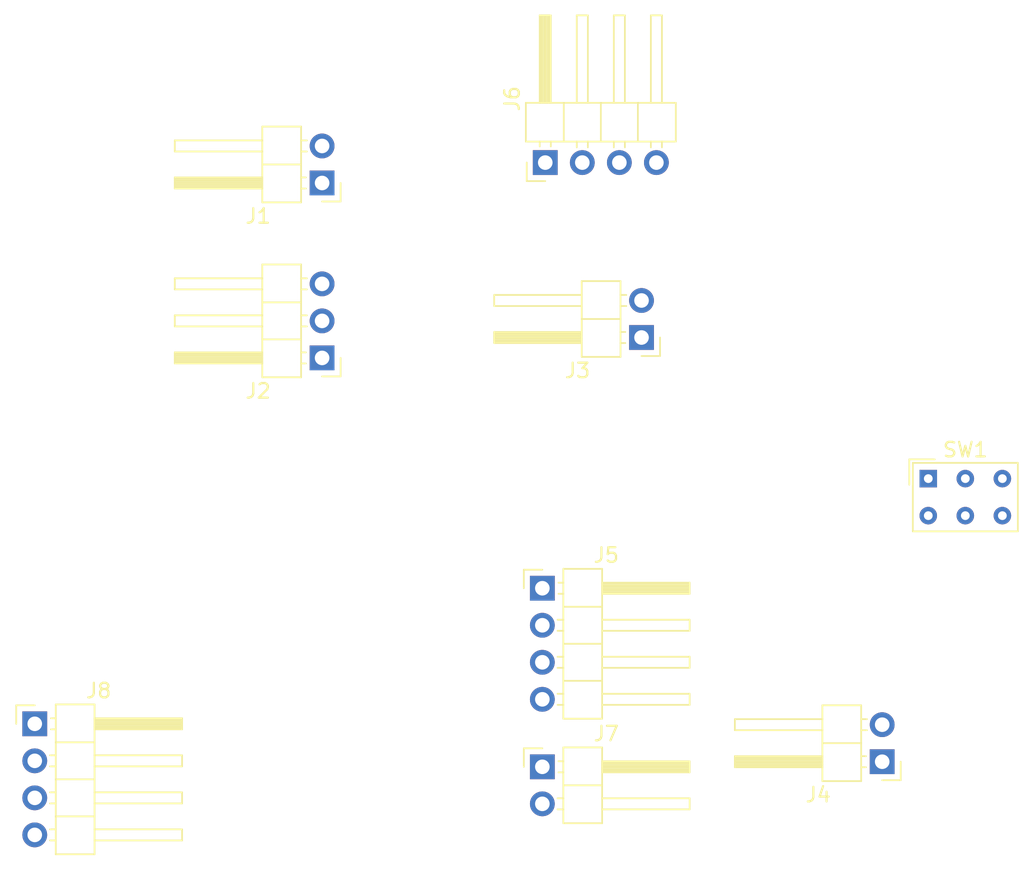
<source format=kicad_pcb>
(kicad_pcb (version 20171130) (host pcbnew "(5.1.10)-1")

  (general
    (thickness 1.6)
    (drawings 0)
    (tracks 0)
    (zones 0)
    (modules 9)
    (nets 6)
  )

  (page A4)
  (layers
    (0 F.Cu signal)
    (31 B.Cu signal)
    (32 B.Adhes user)
    (33 F.Adhes user)
    (34 B.Paste user)
    (35 F.Paste user)
    (36 B.SilkS user)
    (37 F.SilkS user)
    (38 B.Mask user)
    (39 F.Mask user)
    (40 Dwgs.User user)
    (41 Cmts.User user)
    (42 Eco1.User user)
    (43 Eco2.User user)
    (44 Edge.Cuts user)
    (45 Margin user)
    (46 B.CrtYd user)
    (47 F.CrtYd user)
    (48 B.Fab user)
    (49 F.Fab user)
  )

  (setup
    (last_trace_width 0.25)
    (trace_clearance 0.2)
    (zone_clearance 0.508)
    (zone_45_only no)
    (trace_min 0.2)
    (via_size 0.8)
    (via_drill 0.4)
    (via_min_size 0.4)
    (via_min_drill 0.3)
    (uvia_size 0.3)
    (uvia_drill 0.1)
    (uvias_allowed no)
    (uvia_min_size 0.2)
    (uvia_min_drill 0.1)
    (edge_width 0.05)
    (segment_width 0.2)
    (pcb_text_width 0.3)
    (pcb_text_size 1.5 1.5)
    (mod_edge_width 0.12)
    (mod_text_size 1 1)
    (mod_text_width 0.15)
    (pad_size 1.524 1.524)
    (pad_drill 0.762)
    (pad_to_mask_clearance 0)
    (aux_axis_origin 0 0)
    (visible_elements FFFFFF7F)
    (pcbplotparams
      (layerselection 0x010fc_ffffffff)
      (usegerberextensions false)
      (usegerberattributes true)
      (usegerberadvancedattributes true)
      (creategerberjobfile true)
      (excludeedgelayer true)
      (linewidth 0.100000)
      (plotframeref false)
      (viasonmask false)
      (mode 1)
      (useauxorigin false)
      (hpglpennumber 1)
      (hpglpenspeed 20)
      (hpglpendiameter 15.000000)
      (psnegative false)
      (psa4output false)
      (plotreference true)
      (plotvalue true)
      (plotinvisibletext false)
      (padsonsilk false)
      (subtractmaskfromsilk false)
      (outputformat 1)
      (mirror false)
      (drillshape 1)
      (scaleselection 1)
      (outputdirectory ""))
  )

  (net 0 "")
  (net 1 GND)
  (net 2 5V)
  (net 3 "Net-(J2-Pad3)")
  (net 4 /B1)
  (net 5 /B2)

  (net_class Default "This is the default net class."
    (clearance 0.2)
    (trace_width 0.25)
    (via_dia 0.8)
    (via_drill 0.4)
    (uvia_dia 0.3)
    (uvia_drill 0.1)
    (add_net /B1)
    (add_net /B2)
    (add_net 5V)
    (add_net GND)
    (add_net "Net-(J2-Pad3)")
  )

  (module Button_Switch_THT:SW_NKK_GW12LJP (layer F.Cu) (tedit 5AF090FA) (tstamp 61B0037E)
    (at 182.46 73.08)
    (descr "Switch, single pole double throw, illuminated paddle, http://www.nkkswitches.com/pdf/gwillum.pdf")
    (tags "switch single-pole double-throw spdt ON-ON illuminated LED")
    (path /61AF9B9F)
    (fp_text reference SW1 (at 2.54 -1.98) (layer F.SilkS)
      (effects (font (size 1 1) (thickness 0.15)))
    )
    (fp_text value SW_Push (at 2.54 4.52) (layer F.Fab)
      (effects (font (size 1 1) (thickness 0.15)))
    )
    (fp_text user %R (at 2.54 1.27) (layer F.Fab)
      (effects (font (size 1 1) (thickness 0.15)))
    )
    (fp_line (start 0.04 -0.98) (end 6.04 -0.98) (layer F.Fab) (width 0.1))
    (fp_line (start 6.04 -0.98) (end 6.04 3.52) (layer F.Fab) (width 0.1))
    (fp_line (start 6.04 3.52) (end -0.96 3.52) (layer F.Fab) (width 0.1))
    (fp_line (start -0.96 3.52) (end -0.96 0.02) (layer F.Fab) (width 0.1))
    (fp_line (start -0.96 0.02) (end 0.04 -0.98) (layer F.Fab) (width 0.1))
    (fp_line (start -0.96 1.27) (end -1.21 1.02) (layer F.Fab) (width 0.1))
    (fp_line (start -1.21 1.02) (end -1.21 0.27) (layer F.Fab) (width 0.1))
    (fp_line (start -1.21 0.27) (end -0.96 0.27) (layer F.Fab) (width 0.1))
    (fp_line (start 6.04 1.27) (end 6.29 1.02) (layer F.Fab) (width 0.1))
    (fp_line (start 6.29 1.02) (end 6.29 0.27) (layer F.Fab) (width 0.1))
    (fp_line (start 6.29 0.27) (end 6.04 0.27) (layer F.Fab) (width 0.1))
    (fp_line (start 2.54 -0.98) (end 2.29 -1.23) (layer F.Fab) (width 0.1))
    (fp_line (start 2.29 -1.23) (end 1.54 -1.23) (layer F.Fab) (width 0.1))
    (fp_line (start 1.54 -1.23) (end 1.54 -0.98) (layer F.Fab) (width 0.1))
    (fp_line (start 2.54 3.52) (end 2.29 3.77) (layer F.Fab) (width 0.1))
    (fp_line (start 2.29 3.77) (end 1.54 3.77) (layer F.Fab) (width 0.1))
    (fp_line (start 1.54 3.77) (end 1.54 3.52) (layer F.Fab) (width 0.1))
    (fp_line (start -1.06 -1.08) (end -1.06 3.62) (layer F.SilkS) (width 0.12))
    (fp_line (start -1.06 3.62) (end 6.14 3.62) (layer F.SilkS) (width 0.12))
    (fp_line (start 6.14 3.62) (end 6.14 -1.08) (layer F.SilkS) (width 0.12))
    (fp_line (start 6.14 -1.08) (end -1.06 -1.08) (layer F.SilkS) (width 0.12))
    (fp_line (start -1.3 0.42) (end -1.3 -1.32) (layer F.SilkS) (width 0.12))
    (fp_line (start -1.3 -1.32) (end 0.44 -1.32) (layer F.SilkS) (width 0.12))
    (fp_line (start -1.46 -1.48) (end -1.46 4.02) (layer F.CrtYd) (width 0.05))
    (fp_line (start -1.46 4.02) (end 6.54 4.02) (layer F.CrtYd) (width 0.05))
    (fp_line (start 6.54 4.02) (end 6.54 -1.48) (layer F.CrtYd) (width 0.05))
    (fp_line (start 6.54 -1.48) (end -1.46 -1.48) (layer F.CrtYd) (width 0.05))
    (pad 6 thru_hole circle (at 5.08 2.54) (size 1.2 1.2) (drill 0.6) (layers *.Cu *.Mask))
    (pad 3 thru_hole circle (at 5.08 0) (size 1.2 1.2) (drill 0.6) (layers *.Cu *.Mask))
    (pad 5 thru_hole circle (at 2.54 2.54) (size 1.2 1.2) (drill 0.6) (layers *.Cu *.Mask))
    (pad 2 thru_hole circle (at 2.54 0) (size 1.2 1.2) (drill 0.6) (layers *.Cu *.Mask)
      (net 5 /B2))
    (pad 4 thru_hole circle (at 0 2.54) (size 1.2 1.2) (drill 0.6) (layers *.Cu *.Mask))
    (pad 1 thru_hole rect (at 0 0) (size 1.2 1.2) (drill 0.6) (layers *.Cu *.Mask)
      (net 4 /B1))
    (model ${KISYS3DMOD}/Button_Switch_THT.3dshapes/SW_NKK_GW12LJP.wrl
      (at (xyz 0 0 0))
      (scale (xyz 1 1 1))
      (rotate (xyz 0 0 0))
    )
  )

  (module Connector_PinHeader_2.54mm:PinHeader_1x04_P2.54mm_Horizontal (layer F.Cu) (tedit 59FED5CB) (tstamp 61B00358)
    (at 121.2 89.9)
    (descr "Through hole angled pin header, 1x04, 2.54mm pitch, 6mm pin length, single row")
    (tags "Through hole angled pin header THT 1x04 2.54mm single row")
    (path /61AF8A3F)
    (fp_text reference J8 (at 4.385 -2.27) (layer F.SilkS)
      (effects (font (size 1 1) (thickness 0.15)))
    )
    (fp_text value Conn_01x04_Male (at 4.385 9.89) (layer F.Fab)
      (effects (font (size 1 1) (thickness 0.15)))
    )
    (fp_text user %R (at 2.77 3.81 90) (layer F.Fab)
      (effects (font (size 1 1) (thickness 0.15)))
    )
    (fp_line (start 2.135 -1.27) (end 4.04 -1.27) (layer F.Fab) (width 0.1))
    (fp_line (start 4.04 -1.27) (end 4.04 8.89) (layer F.Fab) (width 0.1))
    (fp_line (start 4.04 8.89) (end 1.5 8.89) (layer F.Fab) (width 0.1))
    (fp_line (start 1.5 8.89) (end 1.5 -0.635) (layer F.Fab) (width 0.1))
    (fp_line (start 1.5 -0.635) (end 2.135 -1.27) (layer F.Fab) (width 0.1))
    (fp_line (start -0.32 -0.32) (end 1.5 -0.32) (layer F.Fab) (width 0.1))
    (fp_line (start -0.32 -0.32) (end -0.32 0.32) (layer F.Fab) (width 0.1))
    (fp_line (start -0.32 0.32) (end 1.5 0.32) (layer F.Fab) (width 0.1))
    (fp_line (start 4.04 -0.32) (end 10.04 -0.32) (layer F.Fab) (width 0.1))
    (fp_line (start 10.04 -0.32) (end 10.04 0.32) (layer F.Fab) (width 0.1))
    (fp_line (start 4.04 0.32) (end 10.04 0.32) (layer F.Fab) (width 0.1))
    (fp_line (start -0.32 2.22) (end 1.5 2.22) (layer F.Fab) (width 0.1))
    (fp_line (start -0.32 2.22) (end -0.32 2.86) (layer F.Fab) (width 0.1))
    (fp_line (start -0.32 2.86) (end 1.5 2.86) (layer F.Fab) (width 0.1))
    (fp_line (start 4.04 2.22) (end 10.04 2.22) (layer F.Fab) (width 0.1))
    (fp_line (start 10.04 2.22) (end 10.04 2.86) (layer F.Fab) (width 0.1))
    (fp_line (start 4.04 2.86) (end 10.04 2.86) (layer F.Fab) (width 0.1))
    (fp_line (start -0.32 4.76) (end 1.5 4.76) (layer F.Fab) (width 0.1))
    (fp_line (start -0.32 4.76) (end -0.32 5.4) (layer F.Fab) (width 0.1))
    (fp_line (start -0.32 5.4) (end 1.5 5.4) (layer F.Fab) (width 0.1))
    (fp_line (start 4.04 4.76) (end 10.04 4.76) (layer F.Fab) (width 0.1))
    (fp_line (start 10.04 4.76) (end 10.04 5.4) (layer F.Fab) (width 0.1))
    (fp_line (start 4.04 5.4) (end 10.04 5.4) (layer F.Fab) (width 0.1))
    (fp_line (start -0.32 7.3) (end 1.5 7.3) (layer F.Fab) (width 0.1))
    (fp_line (start -0.32 7.3) (end -0.32 7.94) (layer F.Fab) (width 0.1))
    (fp_line (start -0.32 7.94) (end 1.5 7.94) (layer F.Fab) (width 0.1))
    (fp_line (start 4.04 7.3) (end 10.04 7.3) (layer F.Fab) (width 0.1))
    (fp_line (start 10.04 7.3) (end 10.04 7.94) (layer F.Fab) (width 0.1))
    (fp_line (start 4.04 7.94) (end 10.04 7.94) (layer F.Fab) (width 0.1))
    (fp_line (start 1.44 -1.33) (end 1.44 8.95) (layer F.SilkS) (width 0.12))
    (fp_line (start 1.44 8.95) (end 4.1 8.95) (layer F.SilkS) (width 0.12))
    (fp_line (start 4.1 8.95) (end 4.1 -1.33) (layer F.SilkS) (width 0.12))
    (fp_line (start 4.1 -1.33) (end 1.44 -1.33) (layer F.SilkS) (width 0.12))
    (fp_line (start 4.1 -0.38) (end 10.1 -0.38) (layer F.SilkS) (width 0.12))
    (fp_line (start 10.1 -0.38) (end 10.1 0.38) (layer F.SilkS) (width 0.12))
    (fp_line (start 10.1 0.38) (end 4.1 0.38) (layer F.SilkS) (width 0.12))
    (fp_line (start 4.1 -0.32) (end 10.1 -0.32) (layer F.SilkS) (width 0.12))
    (fp_line (start 4.1 -0.2) (end 10.1 -0.2) (layer F.SilkS) (width 0.12))
    (fp_line (start 4.1 -0.08) (end 10.1 -0.08) (layer F.SilkS) (width 0.12))
    (fp_line (start 4.1 0.04) (end 10.1 0.04) (layer F.SilkS) (width 0.12))
    (fp_line (start 4.1 0.16) (end 10.1 0.16) (layer F.SilkS) (width 0.12))
    (fp_line (start 4.1 0.28) (end 10.1 0.28) (layer F.SilkS) (width 0.12))
    (fp_line (start 1.11 -0.38) (end 1.44 -0.38) (layer F.SilkS) (width 0.12))
    (fp_line (start 1.11 0.38) (end 1.44 0.38) (layer F.SilkS) (width 0.12))
    (fp_line (start 1.44 1.27) (end 4.1 1.27) (layer F.SilkS) (width 0.12))
    (fp_line (start 4.1 2.16) (end 10.1 2.16) (layer F.SilkS) (width 0.12))
    (fp_line (start 10.1 2.16) (end 10.1 2.92) (layer F.SilkS) (width 0.12))
    (fp_line (start 10.1 2.92) (end 4.1 2.92) (layer F.SilkS) (width 0.12))
    (fp_line (start 1.042929 2.16) (end 1.44 2.16) (layer F.SilkS) (width 0.12))
    (fp_line (start 1.042929 2.92) (end 1.44 2.92) (layer F.SilkS) (width 0.12))
    (fp_line (start 1.44 3.81) (end 4.1 3.81) (layer F.SilkS) (width 0.12))
    (fp_line (start 4.1 4.7) (end 10.1 4.7) (layer F.SilkS) (width 0.12))
    (fp_line (start 10.1 4.7) (end 10.1 5.46) (layer F.SilkS) (width 0.12))
    (fp_line (start 10.1 5.46) (end 4.1 5.46) (layer F.SilkS) (width 0.12))
    (fp_line (start 1.042929 4.7) (end 1.44 4.7) (layer F.SilkS) (width 0.12))
    (fp_line (start 1.042929 5.46) (end 1.44 5.46) (layer F.SilkS) (width 0.12))
    (fp_line (start 1.44 6.35) (end 4.1 6.35) (layer F.SilkS) (width 0.12))
    (fp_line (start 4.1 7.24) (end 10.1 7.24) (layer F.SilkS) (width 0.12))
    (fp_line (start 10.1 7.24) (end 10.1 8) (layer F.SilkS) (width 0.12))
    (fp_line (start 10.1 8) (end 4.1 8) (layer F.SilkS) (width 0.12))
    (fp_line (start 1.042929 7.24) (end 1.44 7.24) (layer F.SilkS) (width 0.12))
    (fp_line (start 1.042929 8) (end 1.44 8) (layer F.SilkS) (width 0.12))
    (fp_line (start -1.27 0) (end -1.27 -1.27) (layer F.SilkS) (width 0.12))
    (fp_line (start -1.27 -1.27) (end 0 -1.27) (layer F.SilkS) (width 0.12))
    (fp_line (start -1.8 -1.8) (end -1.8 9.4) (layer F.CrtYd) (width 0.05))
    (fp_line (start -1.8 9.4) (end 10.55 9.4) (layer F.CrtYd) (width 0.05))
    (fp_line (start 10.55 9.4) (end 10.55 -1.8) (layer F.CrtYd) (width 0.05))
    (fp_line (start 10.55 -1.8) (end -1.8 -1.8) (layer F.CrtYd) (width 0.05))
    (pad 4 thru_hole oval (at 0 7.62) (size 1.7 1.7) (drill 1) (layers *.Cu *.Mask)
      (net 2 5V))
    (pad 3 thru_hole oval (at 0 5.08) (size 1.7 1.7) (drill 1) (layers *.Cu *.Mask)
      (net 1 GND))
    (pad 2 thru_hole oval (at 0 2.54) (size 1.7 1.7) (drill 1) (layers *.Cu *.Mask)
      (net 2 5V))
    (pad 1 thru_hole rect (at 0 0) (size 1.7 1.7) (drill 1) (layers *.Cu *.Mask)
      (net 1 GND))
    (model ${KISYS3DMOD}/Connector_PinHeader_2.54mm.3dshapes/PinHeader_1x04_P2.54mm_Horizontal.wrl
      (at (xyz 0 0 0))
      (scale (xyz 1 1 1))
      (rotate (xyz 0 0 0))
    )
  )

  (module Connector_PinHeader_2.54mm:PinHeader_1x02_P2.54mm_Horizontal (layer F.Cu) (tedit 59FED5CB) (tstamp 61B0030B)
    (at 156 92.85)
    (descr "Through hole angled pin header, 1x02, 2.54mm pitch, 6mm pin length, single row")
    (tags "Through hole angled pin header THT 1x02 2.54mm single row")
    (path /61AF937D)
    (fp_text reference J7 (at 4.385 -2.27) (layer F.SilkS)
      (effects (font (size 1 1) (thickness 0.15)))
    )
    (fp_text value Conn_01x02_Male (at 4.385 4.81) (layer F.Fab)
      (effects (font (size 1 1) (thickness 0.15)))
    )
    (fp_text user %R (at 2.77 1.27 90) (layer F.Fab)
      (effects (font (size 1 1) (thickness 0.15)))
    )
    (fp_line (start 2.135 -1.27) (end 4.04 -1.27) (layer F.Fab) (width 0.1))
    (fp_line (start 4.04 -1.27) (end 4.04 3.81) (layer F.Fab) (width 0.1))
    (fp_line (start 4.04 3.81) (end 1.5 3.81) (layer F.Fab) (width 0.1))
    (fp_line (start 1.5 3.81) (end 1.5 -0.635) (layer F.Fab) (width 0.1))
    (fp_line (start 1.5 -0.635) (end 2.135 -1.27) (layer F.Fab) (width 0.1))
    (fp_line (start -0.32 -0.32) (end 1.5 -0.32) (layer F.Fab) (width 0.1))
    (fp_line (start -0.32 -0.32) (end -0.32 0.32) (layer F.Fab) (width 0.1))
    (fp_line (start -0.32 0.32) (end 1.5 0.32) (layer F.Fab) (width 0.1))
    (fp_line (start 4.04 -0.32) (end 10.04 -0.32) (layer F.Fab) (width 0.1))
    (fp_line (start 10.04 -0.32) (end 10.04 0.32) (layer F.Fab) (width 0.1))
    (fp_line (start 4.04 0.32) (end 10.04 0.32) (layer F.Fab) (width 0.1))
    (fp_line (start -0.32 2.22) (end 1.5 2.22) (layer F.Fab) (width 0.1))
    (fp_line (start -0.32 2.22) (end -0.32 2.86) (layer F.Fab) (width 0.1))
    (fp_line (start -0.32 2.86) (end 1.5 2.86) (layer F.Fab) (width 0.1))
    (fp_line (start 4.04 2.22) (end 10.04 2.22) (layer F.Fab) (width 0.1))
    (fp_line (start 10.04 2.22) (end 10.04 2.86) (layer F.Fab) (width 0.1))
    (fp_line (start 4.04 2.86) (end 10.04 2.86) (layer F.Fab) (width 0.1))
    (fp_line (start 1.44 -1.33) (end 1.44 3.87) (layer F.SilkS) (width 0.12))
    (fp_line (start 1.44 3.87) (end 4.1 3.87) (layer F.SilkS) (width 0.12))
    (fp_line (start 4.1 3.87) (end 4.1 -1.33) (layer F.SilkS) (width 0.12))
    (fp_line (start 4.1 -1.33) (end 1.44 -1.33) (layer F.SilkS) (width 0.12))
    (fp_line (start 4.1 -0.38) (end 10.1 -0.38) (layer F.SilkS) (width 0.12))
    (fp_line (start 10.1 -0.38) (end 10.1 0.38) (layer F.SilkS) (width 0.12))
    (fp_line (start 10.1 0.38) (end 4.1 0.38) (layer F.SilkS) (width 0.12))
    (fp_line (start 4.1 -0.32) (end 10.1 -0.32) (layer F.SilkS) (width 0.12))
    (fp_line (start 4.1 -0.2) (end 10.1 -0.2) (layer F.SilkS) (width 0.12))
    (fp_line (start 4.1 -0.08) (end 10.1 -0.08) (layer F.SilkS) (width 0.12))
    (fp_line (start 4.1 0.04) (end 10.1 0.04) (layer F.SilkS) (width 0.12))
    (fp_line (start 4.1 0.16) (end 10.1 0.16) (layer F.SilkS) (width 0.12))
    (fp_line (start 4.1 0.28) (end 10.1 0.28) (layer F.SilkS) (width 0.12))
    (fp_line (start 1.11 -0.38) (end 1.44 -0.38) (layer F.SilkS) (width 0.12))
    (fp_line (start 1.11 0.38) (end 1.44 0.38) (layer F.SilkS) (width 0.12))
    (fp_line (start 1.44 1.27) (end 4.1 1.27) (layer F.SilkS) (width 0.12))
    (fp_line (start 4.1 2.16) (end 10.1 2.16) (layer F.SilkS) (width 0.12))
    (fp_line (start 10.1 2.16) (end 10.1 2.92) (layer F.SilkS) (width 0.12))
    (fp_line (start 10.1 2.92) (end 4.1 2.92) (layer F.SilkS) (width 0.12))
    (fp_line (start 1.042929 2.16) (end 1.44 2.16) (layer F.SilkS) (width 0.12))
    (fp_line (start 1.042929 2.92) (end 1.44 2.92) (layer F.SilkS) (width 0.12))
    (fp_line (start -1.27 0) (end -1.27 -1.27) (layer F.SilkS) (width 0.12))
    (fp_line (start -1.27 -1.27) (end 0 -1.27) (layer F.SilkS) (width 0.12))
    (fp_line (start -1.8 -1.8) (end -1.8 4.35) (layer F.CrtYd) (width 0.05))
    (fp_line (start -1.8 4.35) (end 10.55 4.35) (layer F.CrtYd) (width 0.05))
    (fp_line (start 10.55 4.35) (end 10.55 -1.8) (layer F.CrtYd) (width 0.05))
    (fp_line (start 10.55 -1.8) (end -1.8 -1.8) (layer F.CrtYd) (width 0.05))
    (pad 2 thru_hole oval (at 0 2.54) (size 1.7 1.7) (drill 1) (layers *.Cu *.Mask)
      (net 4 /B1))
    (pad 1 thru_hole rect (at 0 0) (size 1.7 1.7) (drill 1) (layers *.Cu *.Mask)
      (net 5 /B2))
    (model ${KISYS3DMOD}/Connector_PinHeader_2.54mm.3dshapes/PinHeader_1x02_P2.54mm_Horizontal.wrl
      (at (xyz 0 0 0))
      (scale (xyz 1 1 1))
      (rotate (xyz 0 0 0))
    )
  )

  (module Connector_PinHeader_2.54mm:PinHeader_1x04_P2.54mm_Horizontal (layer F.Cu) (tedit 59FED5CB) (tstamp 61B002D8)
    (at 156.2 51.4 90)
    (descr "Through hole angled pin header, 1x04, 2.54mm pitch, 6mm pin length, single row")
    (tags "Through hole angled pin header THT 1x04 2.54mm single row")
    (path /61AF852B)
    (fp_text reference J6 (at 4.385 -2.27 90) (layer F.SilkS)
      (effects (font (size 1 1) (thickness 0.15)))
    )
    (fp_text value Conn_01x04_Male (at 4.385 9.89 90) (layer F.Fab)
      (effects (font (size 1 1) (thickness 0.15)))
    )
    (fp_text user %R (at 2.77 3.81) (layer F.Fab)
      (effects (font (size 1 1) (thickness 0.15)))
    )
    (fp_line (start 2.135 -1.27) (end 4.04 -1.27) (layer F.Fab) (width 0.1))
    (fp_line (start 4.04 -1.27) (end 4.04 8.89) (layer F.Fab) (width 0.1))
    (fp_line (start 4.04 8.89) (end 1.5 8.89) (layer F.Fab) (width 0.1))
    (fp_line (start 1.5 8.89) (end 1.5 -0.635) (layer F.Fab) (width 0.1))
    (fp_line (start 1.5 -0.635) (end 2.135 -1.27) (layer F.Fab) (width 0.1))
    (fp_line (start -0.32 -0.32) (end 1.5 -0.32) (layer F.Fab) (width 0.1))
    (fp_line (start -0.32 -0.32) (end -0.32 0.32) (layer F.Fab) (width 0.1))
    (fp_line (start -0.32 0.32) (end 1.5 0.32) (layer F.Fab) (width 0.1))
    (fp_line (start 4.04 -0.32) (end 10.04 -0.32) (layer F.Fab) (width 0.1))
    (fp_line (start 10.04 -0.32) (end 10.04 0.32) (layer F.Fab) (width 0.1))
    (fp_line (start 4.04 0.32) (end 10.04 0.32) (layer F.Fab) (width 0.1))
    (fp_line (start -0.32 2.22) (end 1.5 2.22) (layer F.Fab) (width 0.1))
    (fp_line (start -0.32 2.22) (end -0.32 2.86) (layer F.Fab) (width 0.1))
    (fp_line (start -0.32 2.86) (end 1.5 2.86) (layer F.Fab) (width 0.1))
    (fp_line (start 4.04 2.22) (end 10.04 2.22) (layer F.Fab) (width 0.1))
    (fp_line (start 10.04 2.22) (end 10.04 2.86) (layer F.Fab) (width 0.1))
    (fp_line (start 4.04 2.86) (end 10.04 2.86) (layer F.Fab) (width 0.1))
    (fp_line (start -0.32 4.76) (end 1.5 4.76) (layer F.Fab) (width 0.1))
    (fp_line (start -0.32 4.76) (end -0.32 5.4) (layer F.Fab) (width 0.1))
    (fp_line (start -0.32 5.4) (end 1.5 5.4) (layer F.Fab) (width 0.1))
    (fp_line (start 4.04 4.76) (end 10.04 4.76) (layer F.Fab) (width 0.1))
    (fp_line (start 10.04 4.76) (end 10.04 5.4) (layer F.Fab) (width 0.1))
    (fp_line (start 4.04 5.4) (end 10.04 5.4) (layer F.Fab) (width 0.1))
    (fp_line (start -0.32 7.3) (end 1.5 7.3) (layer F.Fab) (width 0.1))
    (fp_line (start -0.32 7.3) (end -0.32 7.94) (layer F.Fab) (width 0.1))
    (fp_line (start -0.32 7.94) (end 1.5 7.94) (layer F.Fab) (width 0.1))
    (fp_line (start 4.04 7.3) (end 10.04 7.3) (layer F.Fab) (width 0.1))
    (fp_line (start 10.04 7.3) (end 10.04 7.94) (layer F.Fab) (width 0.1))
    (fp_line (start 4.04 7.94) (end 10.04 7.94) (layer F.Fab) (width 0.1))
    (fp_line (start 1.44 -1.33) (end 1.44 8.95) (layer F.SilkS) (width 0.12))
    (fp_line (start 1.44 8.95) (end 4.1 8.95) (layer F.SilkS) (width 0.12))
    (fp_line (start 4.1 8.95) (end 4.1 -1.33) (layer F.SilkS) (width 0.12))
    (fp_line (start 4.1 -1.33) (end 1.44 -1.33) (layer F.SilkS) (width 0.12))
    (fp_line (start 4.1 -0.38) (end 10.1 -0.38) (layer F.SilkS) (width 0.12))
    (fp_line (start 10.1 -0.38) (end 10.1 0.38) (layer F.SilkS) (width 0.12))
    (fp_line (start 10.1 0.38) (end 4.1 0.38) (layer F.SilkS) (width 0.12))
    (fp_line (start 4.1 -0.32) (end 10.1 -0.32) (layer F.SilkS) (width 0.12))
    (fp_line (start 4.1 -0.2) (end 10.1 -0.2) (layer F.SilkS) (width 0.12))
    (fp_line (start 4.1 -0.08) (end 10.1 -0.08) (layer F.SilkS) (width 0.12))
    (fp_line (start 4.1 0.04) (end 10.1 0.04) (layer F.SilkS) (width 0.12))
    (fp_line (start 4.1 0.16) (end 10.1 0.16) (layer F.SilkS) (width 0.12))
    (fp_line (start 4.1 0.28) (end 10.1 0.28) (layer F.SilkS) (width 0.12))
    (fp_line (start 1.11 -0.38) (end 1.44 -0.38) (layer F.SilkS) (width 0.12))
    (fp_line (start 1.11 0.38) (end 1.44 0.38) (layer F.SilkS) (width 0.12))
    (fp_line (start 1.44 1.27) (end 4.1 1.27) (layer F.SilkS) (width 0.12))
    (fp_line (start 4.1 2.16) (end 10.1 2.16) (layer F.SilkS) (width 0.12))
    (fp_line (start 10.1 2.16) (end 10.1 2.92) (layer F.SilkS) (width 0.12))
    (fp_line (start 10.1 2.92) (end 4.1 2.92) (layer F.SilkS) (width 0.12))
    (fp_line (start 1.042929 2.16) (end 1.44 2.16) (layer F.SilkS) (width 0.12))
    (fp_line (start 1.042929 2.92) (end 1.44 2.92) (layer F.SilkS) (width 0.12))
    (fp_line (start 1.44 3.81) (end 4.1 3.81) (layer F.SilkS) (width 0.12))
    (fp_line (start 4.1 4.7) (end 10.1 4.7) (layer F.SilkS) (width 0.12))
    (fp_line (start 10.1 4.7) (end 10.1 5.46) (layer F.SilkS) (width 0.12))
    (fp_line (start 10.1 5.46) (end 4.1 5.46) (layer F.SilkS) (width 0.12))
    (fp_line (start 1.042929 4.7) (end 1.44 4.7) (layer F.SilkS) (width 0.12))
    (fp_line (start 1.042929 5.46) (end 1.44 5.46) (layer F.SilkS) (width 0.12))
    (fp_line (start 1.44 6.35) (end 4.1 6.35) (layer F.SilkS) (width 0.12))
    (fp_line (start 4.1 7.24) (end 10.1 7.24) (layer F.SilkS) (width 0.12))
    (fp_line (start 10.1 7.24) (end 10.1 8) (layer F.SilkS) (width 0.12))
    (fp_line (start 10.1 8) (end 4.1 8) (layer F.SilkS) (width 0.12))
    (fp_line (start 1.042929 7.24) (end 1.44 7.24) (layer F.SilkS) (width 0.12))
    (fp_line (start 1.042929 8) (end 1.44 8) (layer F.SilkS) (width 0.12))
    (fp_line (start -1.27 0) (end -1.27 -1.27) (layer F.SilkS) (width 0.12))
    (fp_line (start -1.27 -1.27) (end 0 -1.27) (layer F.SilkS) (width 0.12))
    (fp_line (start -1.8 -1.8) (end -1.8 9.4) (layer F.CrtYd) (width 0.05))
    (fp_line (start -1.8 9.4) (end 10.55 9.4) (layer F.CrtYd) (width 0.05))
    (fp_line (start 10.55 9.4) (end 10.55 -1.8) (layer F.CrtYd) (width 0.05))
    (fp_line (start 10.55 -1.8) (end -1.8 -1.8) (layer F.CrtYd) (width 0.05))
    (pad 4 thru_hole oval (at 0 7.62 90) (size 1.7 1.7) (drill 1) (layers *.Cu *.Mask)
      (net 2 5V))
    (pad 3 thru_hole oval (at 0 5.08 90) (size 1.7 1.7) (drill 1) (layers *.Cu *.Mask)
      (net 1 GND))
    (pad 2 thru_hole oval (at 0 2.54 90) (size 1.7 1.7) (drill 1) (layers *.Cu *.Mask)
      (net 2 5V))
    (pad 1 thru_hole rect (at 0 0 90) (size 1.7 1.7) (drill 1) (layers *.Cu *.Mask)
      (net 1 GND))
    (model ${KISYS3DMOD}/Connector_PinHeader_2.54mm.3dshapes/PinHeader_1x04_P2.54mm_Horizontal.wrl
      (at (xyz 0 0 0))
      (scale (xyz 1 1 1))
      (rotate (xyz 0 0 0))
    )
  )

  (module Connector_PinHeader_2.54mm:PinHeader_1x04_P2.54mm_Horizontal (layer F.Cu) (tedit 59FED5CB) (tstamp 61B0028B)
    (at 156 80.6)
    (descr "Through hole angled pin header, 1x04, 2.54mm pitch, 6mm pin length, single row")
    (tags "Through hole angled pin header THT 1x04 2.54mm single row")
    (path /61AF3AB3)
    (fp_text reference J5 (at 4.385 -2.27) (layer F.SilkS)
      (effects (font (size 1 1) (thickness 0.15)))
    )
    (fp_text value Conn_01x04_Male (at 4.385 9.89) (layer F.Fab)
      (effects (font (size 1 1) (thickness 0.15)))
    )
    (fp_text user %R (at 2.77 3.81 90) (layer F.Fab)
      (effects (font (size 1 1) (thickness 0.15)))
    )
    (fp_line (start 2.135 -1.27) (end 4.04 -1.27) (layer F.Fab) (width 0.1))
    (fp_line (start 4.04 -1.27) (end 4.04 8.89) (layer F.Fab) (width 0.1))
    (fp_line (start 4.04 8.89) (end 1.5 8.89) (layer F.Fab) (width 0.1))
    (fp_line (start 1.5 8.89) (end 1.5 -0.635) (layer F.Fab) (width 0.1))
    (fp_line (start 1.5 -0.635) (end 2.135 -1.27) (layer F.Fab) (width 0.1))
    (fp_line (start -0.32 -0.32) (end 1.5 -0.32) (layer F.Fab) (width 0.1))
    (fp_line (start -0.32 -0.32) (end -0.32 0.32) (layer F.Fab) (width 0.1))
    (fp_line (start -0.32 0.32) (end 1.5 0.32) (layer F.Fab) (width 0.1))
    (fp_line (start 4.04 -0.32) (end 10.04 -0.32) (layer F.Fab) (width 0.1))
    (fp_line (start 10.04 -0.32) (end 10.04 0.32) (layer F.Fab) (width 0.1))
    (fp_line (start 4.04 0.32) (end 10.04 0.32) (layer F.Fab) (width 0.1))
    (fp_line (start -0.32 2.22) (end 1.5 2.22) (layer F.Fab) (width 0.1))
    (fp_line (start -0.32 2.22) (end -0.32 2.86) (layer F.Fab) (width 0.1))
    (fp_line (start -0.32 2.86) (end 1.5 2.86) (layer F.Fab) (width 0.1))
    (fp_line (start 4.04 2.22) (end 10.04 2.22) (layer F.Fab) (width 0.1))
    (fp_line (start 10.04 2.22) (end 10.04 2.86) (layer F.Fab) (width 0.1))
    (fp_line (start 4.04 2.86) (end 10.04 2.86) (layer F.Fab) (width 0.1))
    (fp_line (start -0.32 4.76) (end 1.5 4.76) (layer F.Fab) (width 0.1))
    (fp_line (start -0.32 4.76) (end -0.32 5.4) (layer F.Fab) (width 0.1))
    (fp_line (start -0.32 5.4) (end 1.5 5.4) (layer F.Fab) (width 0.1))
    (fp_line (start 4.04 4.76) (end 10.04 4.76) (layer F.Fab) (width 0.1))
    (fp_line (start 10.04 4.76) (end 10.04 5.4) (layer F.Fab) (width 0.1))
    (fp_line (start 4.04 5.4) (end 10.04 5.4) (layer F.Fab) (width 0.1))
    (fp_line (start -0.32 7.3) (end 1.5 7.3) (layer F.Fab) (width 0.1))
    (fp_line (start -0.32 7.3) (end -0.32 7.94) (layer F.Fab) (width 0.1))
    (fp_line (start -0.32 7.94) (end 1.5 7.94) (layer F.Fab) (width 0.1))
    (fp_line (start 4.04 7.3) (end 10.04 7.3) (layer F.Fab) (width 0.1))
    (fp_line (start 10.04 7.3) (end 10.04 7.94) (layer F.Fab) (width 0.1))
    (fp_line (start 4.04 7.94) (end 10.04 7.94) (layer F.Fab) (width 0.1))
    (fp_line (start 1.44 -1.33) (end 1.44 8.95) (layer F.SilkS) (width 0.12))
    (fp_line (start 1.44 8.95) (end 4.1 8.95) (layer F.SilkS) (width 0.12))
    (fp_line (start 4.1 8.95) (end 4.1 -1.33) (layer F.SilkS) (width 0.12))
    (fp_line (start 4.1 -1.33) (end 1.44 -1.33) (layer F.SilkS) (width 0.12))
    (fp_line (start 4.1 -0.38) (end 10.1 -0.38) (layer F.SilkS) (width 0.12))
    (fp_line (start 10.1 -0.38) (end 10.1 0.38) (layer F.SilkS) (width 0.12))
    (fp_line (start 10.1 0.38) (end 4.1 0.38) (layer F.SilkS) (width 0.12))
    (fp_line (start 4.1 -0.32) (end 10.1 -0.32) (layer F.SilkS) (width 0.12))
    (fp_line (start 4.1 -0.2) (end 10.1 -0.2) (layer F.SilkS) (width 0.12))
    (fp_line (start 4.1 -0.08) (end 10.1 -0.08) (layer F.SilkS) (width 0.12))
    (fp_line (start 4.1 0.04) (end 10.1 0.04) (layer F.SilkS) (width 0.12))
    (fp_line (start 4.1 0.16) (end 10.1 0.16) (layer F.SilkS) (width 0.12))
    (fp_line (start 4.1 0.28) (end 10.1 0.28) (layer F.SilkS) (width 0.12))
    (fp_line (start 1.11 -0.38) (end 1.44 -0.38) (layer F.SilkS) (width 0.12))
    (fp_line (start 1.11 0.38) (end 1.44 0.38) (layer F.SilkS) (width 0.12))
    (fp_line (start 1.44 1.27) (end 4.1 1.27) (layer F.SilkS) (width 0.12))
    (fp_line (start 4.1 2.16) (end 10.1 2.16) (layer F.SilkS) (width 0.12))
    (fp_line (start 10.1 2.16) (end 10.1 2.92) (layer F.SilkS) (width 0.12))
    (fp_line (start 10.1 2.92) (end 4.1 2.92) (layer F.SilkS) (width 0.12))
    (fp_line (start 1.042929 2.16) (end 1.44 2.16) (layer F.SilkS) (width 0.12))
    (fp_line (start 1.042929 2.92) (end 1.44 2.92) (layer F.SilkS) (width 0.12))
    (fp_line (start 1.44 3.81) (end 4.1 3.81) (layer F.SilkS) (width 0.12))
    (fp_line (start 4.1 4.7) (end 10.1 4.7) (layer F.SilkS) (width 0.12))
    (fp_line (start 10.1 4.7) (end 10.1 5.46) (layer F.SilkS) (width 0.12))
    (fp_line (start 10.1 5.46) (end 4.1 5.46) (layer F.SilkS) (width 0.12))
    (fp_line (start 1.042929 4.7) (end 1.44 4.7) (layer F.SilkS) (width 0.12))
    (fp_line (start 1.042929 5.46) (end 1.44 5.46) (layer F.SilkS) (width 0.12))
    (fp_line (start 1.44 6.35) (end 4.1 6.35) (layer F.SilkS) (width 0.12))
    (fp_line (start 4.1 7.24) (end 10.1 7.24) (layer F.SilkS) (width 0.12))
    (fp_line (start 10.1 7.24) (end 10.1 8) (layer F.SilkS) (width 0.12))
    (fp_line (start 10.1 8) (end 4.1 8) (layer F.SilkS) (width 0.12))
    (fp_line (start 1.042929 7.24) (end 1.44 7.24) (layer F.SilkS) (width 0.12))
    (fp_line (start 1.042929 8) (end 1.44 8) (layer F.SilkS) (width 0.12))
    (fp_line (start -1.27 0) (end -1.27 -1.27) (layer F.SilkS) (width 0.12))
    (fp_line (start -1.27 -1.27) (end 0 -1.27) (layer F.SilkS) (width 0.12))
    (fp_line (start -1.8 -1.8) (end -1.8 9.4) (layer F.CrtYd) (width 0.05))
    (fp_line (start -1.8 9.4) (end 10.55 9.4) (layer F.CrtYd) (width 0.05))
    (fp_line (start 10.55 9.4) (end 10.55 -1.8) (layer F.CrtYd) (width 0.05))
    (fp_line (start 10.55 -1.8) (end -1.8 -1.8) (layer F.CrtYd) (width 0.05))
    (pad 4 thru_hole oval (at 0 7.62) (size 1.7 1.7) (drill 1) (layers *.Cu *.Mask)
      (net 1 GND))
    (pad 3 thru_hole oval (at 0 5.08) (size 1.7 1.7) (drill 1) (layers *.Cu *.Mask)
      (net 2 5V))
    (pad 2 thru_hole oval (at 0 2.54) (size 1.7 1.7) (drill 1) (layers *.Cu *.Mask)
      (net 2 5V))
    (pad 1 thru_hole rect (at 0 0) (size 1.7 1.7) (drill 1) (layers *.Cu *.Mask)
      (net 1 GND))
    (model ${KISYS3DMOD}/Connector_PinHeader_2.54mm.3dshapes/PinHeader_1x04_P2.54mm_Horizontal.wrl
      (at (xyz 0 0 0))
      (scale (xyz 1 1 1))
      (rotate (xyz 0 0 0))
    )
  )

  (module Connector_PinHeader_2.54mm:PinHeader_1x02_P2.54mm_Horizontal (layer F.Cu) (tedit 59FED5CB) (tstamp 61B0023E)
    (at 179.3 92.5 180)
    (descr "Through hole angled pin header, 1x02, 2.54mm pitch, 6mm pin length, single row")
    (tags "Through hole angled pin header THT 1x02 2.54mm single row")
    (path /61AF7AAF)
    (fp_text reference J4 (at 4.385 -2.27) (layer F.SilkS)
      (effects (font (size 1 1) (thickness 0.15)))
    )
    (fp_text value Conn_01x02_Male (at 4.385 4.81) (layer F.Fab)
      (effects (font (size 1 1) (thickness 0.15)))
    )
    (fp_text user %R (at 2.77 1.27 90) (layer F.Fab)
      (effects (font (size 1 1) (thickness 0.15)))
    )
    (fp_line (start 2.135 -1.27) (end 4.04 -1.27) (layer F.Fab) (width 0.1))
    (fp_line (start 4.04 -1.27) (end 4.04 3.81) (layer F.Fab) (width 0.1))
    (fp_line (start 4.04 3.81) (end 1.5 3.81) (layer F.Fab) (width 0.1))
    (fp_line (start 1.5 3.81) (end 1.5 -0.635) (layer F.Fab) (width 0.1))
    (fp_line (start 1.5 -0.635) (end 2.135 -1.27) (layer F.Fab) (width 0.1))
    (fp_line (start -0.32 -0.32) (end 1.5 -0.32) (layer F.Fab) (width 0.1))
    (fp_line (start -0.32 -0.32) (end -0.32 0.32) (layer F.Fab) (width 0.1))
    (fp_line (start -0.32 0.32) (end 1.5 0.32) (layer F.Fab) (width 0.1))
    (fp_line (start 4.04 -0.32) (end 10.04 -0.32) (layer F.Fab) (width 0.1))
    (fp_line (start 10.04 -0.32) (end 10.04 0.32) (layer F.Fab) (width 0.1))
    (fp_line (start 4.04 0.32) (end 10.04 0.32) (layer F.Fab) (width 0.1))
    (fp_line (start -0.32 2.22) (end 1.5 2.22) (layer F.Fab) (width 0.1))
    (fp_line (start -0.32 2.22) (end -0.32 2.86) (layer F.Fab) (width 0.1))
    (fp_line (start -0.32 2.86) (end 1.5 2.86) (layer F.Fab) (width 0.1))
    (fp_line (start 4.04 2.22) (end 10.04 2.22) (layer F.Fab) (width 0.1))
    (fp_line (start 10.04 2.22) (end 10.04 2.86) (layer F.Fab) (width 0.1))
    (fp_line (start 4.04 2.86) (end 10.04 2.86) (layer F.Fab) (width 0.1))
    (fp_line (start 1.44 -1.33) (end 1.44 3.87) (layer F.SilkS) (width 0.12))
    (fp_line (start 1.44 3.87) (end 4.1 3.87) (layer F.SilkS) (width 0.12))
    (fp_line (start 4.1 3.87) (end 4.1 -1.33) (layer F.SilkS) (width 0.12))
    (fp_line (start 4.1 -1.33) (end 1.44 -1.33) (layer F.SilkS) (width 0.12))
    (fp_line (start 4.1 -0.38) (end 10.1 -0.38) (layer F.SilkS) (width 0.12))
    (fp_line (start 10.1 -0.38) (end 10.1 0.38) (layer F.SilkS) (width 0.12))
    (fp_line (start 10.1 0.38) (end 4.1 0.38) (layer F.SilkS) (width 0.12))
    (fp_line (start 4.1 -0.32) (end 10.1 -0.32) (layer F.SilkS) (width 0.12))
    (fp_line (start 4.1 -0.2) (end 10.1 -0.2) (layer F.SilkS) (width 0.12))
    (fp_line (start 4.1 -0.08) (end 10.1 -0.08) (layer F.SilkS) (width 0.12))
    (fp_line (start 4.1 0.04) (end 10.1 0.04) (layer F.SilkS) (width 0.12))
    (fp_line (start 4.1 0.16) (end 10.1 0.16) (layer F.SilkS) (width 0.12))
    (fp_line (start 4.1 0.28) (end 10.1 0.28) (layer F.SilkS) (width 0.12))
    (fp_line (start 1.11 -0.38) (end 1.44 -0.38) (layer F.SilkS) (width 0.12))
    (fp_line (start 1.11 0.38) (end 1.44 0.38) (layer F.SilkS) (width 0.12))
    (fp_line (start 1.44 1.27) (end 4.1 1.27) (layer F.SilkS) (width 0.12))
    (fp_line (start 4.1 2.16) (end 10.1 2.16) (layer F.SilkS) (width 0.12))
    (fp_line (start 10.1 2.16) (end 10.1 2.92) (layer F.SilkS) (width 0.12))
    (fp_line (start 10.1 2.92) (end 4.1 2.92) (layer F.SilkS) (width 0.12))
    (fp_line (start 1.042929 2.16) (end 1.44 2.16) (layer F.SilkS) (width 0.12))
    (fp_line (start 1.042929 2.92) (end 1.44 2.92) (layer F.SilkS) (width 0.12))
    (fp_line (start -1.27 0) (end -1.27 -1.27) (layer F.SilkS) (width 0.12))
    (fp_line (start -1.27 -1.27) (end 0 -1.27) (layer F.SilkS) (width 0.12))
    (fp_line (start -1.8 -1.8) (end -1.8 4.35) (layer F.CrtYd) (width 0.05))
    (fp_line (start -1.8 4.35) (end 10.55 4.35) (layer F.CrtYd) (width 0.05))
    (fp_line (start 10.55 4.35) (end 10.55 -1.8) (layer F.CrtYd) (width 0.05))
    (fp_line (start 10.55 -1.8) (end -1.8 -1.8) (layer F.CrtYd) (width 0.05))
    (pad 2 thru_hole oval (at 0 2.54 180) (size 1.7 1.7) (drill 1) (layers *.Cu *.Mask)
      (net 2 5V))
    (pad 1 thru_hole rect (at 0 0 180) (size 1.7 1.7) (drill 1) (layers *.Cu *.Mask)
      (net 1 GND))
    (model ${KISYS3DMOD}/Connector_PinHeader_2.54mm.3dshapes/PinHeader_1x02_P2.54mm_Horizontal.wrl
      (at (xyz 0 0 0))
      (scale (xyz 1 1 1))
      (rotate (xyz 0 0 0))
    )
  )

  (module Connector_PinHeader_2.54mm:PinHeader_1x02_P2.54mm_Horizontal (layer F.Cu) (tedit 59FED5CB) (tstamp 61B0020B)
    (at 162.8 63.4 180)
    (descr "Through hole angled pin header, 1x02, 2.54mm pitch, 6mm pin length, single row")
    (tags "Through hole angled pin header THT 1x02 2.54mm single row")
    (path /61AF5712)
    (fp_text reference J3 (at 4.385 -2.27) (layer F.SilkS)
      (effects (font (size 1 1) (thickness 0.15)))
    )
    (fp_text value Conn_01x02_Male (at 4.385 4.81) (layer F.Fab)
      (effects (font (size 1 1) (thickness 0.15)))
    )
    (fp_text user %R (at 2.77 1.27 90) (layer F.Fab)
      (effects (font (size 1 1) (thickness 0.15)))
    )
    (fp_line (start 2.135 -1.27) (end 4.04 -1.27) (layer F.Fab) (width 0.1))
    (fp_line (start 4.04 -1.27) (end 4.04 3.81) (layer F.Fab) (width 0.1))
    (fp_line (start 4.04 3.81) (end 1.5 3.81) (layer F.Fab) (width 0.1))
    (fp_line (start 1.5 3.81) (end 1.5 -0.635) (layer F.Fab) (width 0.1))
    (fp_line (start 1.5 -0.635) (end 2.135 -1.27) (layer F.Fab) (width 0.1))
    (fp_line (start -0.32 -0.32) (end 1.5 -0.32) (layer F.Fab) (width 0.1))
    (fp_line (start -0.32 -0.32) (end -0.32 0.32) (layer F.Fab) (width 0.1))
    (fp_line (start -0.32 0.32) (end 1.5 0.32) (layer F.Fab) (width 0.1))
    (fp_line (start 4.04 -0.32) (end 10.04 -0.32) (layer F.Fab) (width 0.1))
    (fp_line (start 10.04 -0.32) (end 10.04 0.32) (layer F.Fab) (width 0.1))
    (fp_line (start 4.04 0.32) (end 10.04 0.32) (layer F.Fab) (width 0.1))
    (fp_line (start -0.32 2.22) (end 1.5 2.22) (layer F.Fab) (width 0.1))
    (fp_line (start -0.32 2.22) (end -0.32 2.86) (layer F.Fab) (width 0.1))
    (fp_line (start -0.32 2.86) (end 1.5 2.86) (layer F.Fab) (width 0.1))
    (fp_line (start 4.04 2.22) (end 10.04 2.22) (layer F.Fab) (width 0.1))
    (fp_line (start 10.04 2.22) (end 10.04 2.86) (layer F.Fab) (width 0.1))
    (fp_line (start 4.04 2.86) (end 10.04 2.86) (layer F.Fab) (width 0.1))
    (fp_line (start 1.44 -1.33) (end 1.44 3.87) (layer F.SilkS) (width 0.12))
    (fp_line (start 1.44 3.87) (end 4.1 3.87) (layer F.SilkS) (width 0.12))
    (fp_line (start 4.1 3.87) (end 4.1 -1.33) (layer F.SilkS) (width 0.12))
    (fp_line (start 4.1 -1.33) (end 1.44 -1.33) (layer F.SilkS) (width 0.12))
    (fp_line (start 4.1 -0.38) (end 10.1 -0.38) (layer F.SilkS) (width 0.12))
    (fp_line (start 10.1 -0.38) (end 10.1 0.38) (layer F.SilkS) (width 0.12))
    (fp_line (start 10.1 0.38) (end 4.1 0.38) (layer F.SilkS) (width 0.12))
    (fp_line (start 4.1 -0.32) (end 10.1 -0.32) (layer F.SilkS) (width 0.12))
    (fp_line (start 4.1 -0.2) (end 10.1 -0.2) (layer F.SilkS) (width 0.12))
    (fp_line (start 4.1 -0.08) (end 10.1 -0.08) (layer F.SilkS) (width 0.12))
    (fp_line (start 4.1 0.04) (end 10.1 0.04) (layer F.SilkS) (width 0.12))
    (fp_line (start 4.1 0.16) (end 10.1 0.16) (layer F.SilkS) (width 0.12))
    (fp_line (start 4.1 0.28) (end 10.1 0.28) (layer F.SilkS) (width 0.12))
    (fp_line (start 1.11 -0.38) (end 1.44 -0.38) (layer F.SilkS) (width 0.12))
    (fp_line (start 1.11 0.38) (end 1.44 0.38) (layer F.SilkS) (width 0.12))
    (fp_line (start 1.44 1.27) (end 4.1 1.27) (layer F.SilkS) (width 0.12))
    (fp_line (start 4.1 2.16) (end 10.1 2.16) (layer F.SilkS) (width 0.12))
    (fp_line (start 10.1 2.16) (end 10.1 2.92) (layer F.SilkS) (width 0.12))
    (fp_line (start 10.1 2.92) (end 4.1 2.92) (layer F.SilkS) (width 0.12))
    (fp_line (start 1.042929 2.16) (end 1.44 2.16) (layer F.SilkS) (width 0.12))
    (fp_line (start 1.042929 2.92) (end 1.44 2.92) (layer F.SilkS) (width 0.12))
    (fp_line (start -1.27 0) (end -1.27 -1.27) (layer F.SilkS) (width 0.12))
    (fp_line (start -1.27 -1.27) (end 0 -1.27) (layer F.SilkS) (width 0.12))
    (fp_line (start -1.8 -1.8) (end -1.8 4.35) (layer F.CrtYd) (width 0.05))
    (fp_line (start -1.8 4.35) (end 10.55 4.35) (layer F.CrtYd) (width 0.05))
    (fp_line (start 10.55 4.35) (end 10.55 -1.8) (layer F.CrtYd) (width 0.05))
    (fp_line (start 10.55 -1.8) (end -1.8 -1.8) (layer F.CrtYd) (width 0.05))
    (pad 2 thru_hole oval (at 0 2.54 180) (size 1.7 1.7) (drill 1) (layers *.Cu *.Mask)
      (net 1 GND))
    (pad 1 thru_hole rect (at 0 0 180) (size 1.7 1.7) (drill 1) (layers *.Cu *.Mask)
      (net 3 "Net-(J2-Pad3)"))
    (model ${KISYS3DMOD}/Connector_PinHeader_2.54mm.3dshapes/PinHeader_1x02_P2.54mm_Horizontal.wrl
      (at (xyz 0 0 0))
      (scale (xyz 1 1 1))
      (rotate (xyz 0 0 0))
    )
  )

  (module Connector_PinHeader_2.54mm:PinHeader_1x03_P2.54mm_Horizontal (layer F.Cu) (tedit 59FED5CB) (tstamp 61B001D8)
    (at 140.9 64.8 180)
    (descr "Through hole angled pin header, 1x03, 2.54mm pitch, 6mm pin length, single row")
    (tags "Through hole angled pin header THT 1x03 2.54mm single row")
    (path /61AF59F4)
    (fp_text reference J2 (at 4.385 -2.27) (layer F.SilkS)
      (effects (font (size 1 1) (thickness 0.15)))
    )
    (fp_text value Conn_01x03_Male (at 4.385 7.35) (layer F.Fab)
      (effects (font (size 1 1) (thickness 0.15)))
    )
    (fp_text user %R (at 2.77 2.54 90) (layer F.Fab)
      (effects (font (size 1 1) (thickness 0.15)))
    )
    (fp_line (start 2.135 -1.27) (end 4.04 -1.27) (layer F.Fab) (width 0.1))
    (fp_line (start 4.04 -1.27) (end 4.04 6.35) (layer F.Fab) (width 0.1))
    (fp_line (start 4.04 6.35) (end 1.5 6.35) (layer F.Fab) (width 0.1))
    (fp_line (start 1.5 6.35) (end 1.5 -0.635) (layer F.Fab) (width 0.1))
    (fp_line (start 1.5 -0.635) (end 2.135 -1.27) (layer F.Fab) (width 0.1))
    (fp_line (start -0.32 -0.32) (end 1.5 -0.32) (layer F.Fab) (width 0.1))
    (fp_line (start -0.32 -0.32) (end -0.32 0.32) (layer F.Fab) (width 0.1))
    (fp_line (start -0.32 0.32) (end 1.5 0.32) (layer F.Fab) (width 0.1))
    (fp_line (start 4.04 -0.32) (end 10.04 -0.32) (layer F.Fab) (width 0.1))
    (fp_line (start 10.04 -0.32) (end 10.04 0.32) (layer F.Fab) (width 0.1))
    (fp_line (start 4.04 0.32) (end 10.04 0.32) (layer F.Fab) (width 0.1))
    (fp_line (start -0.32 2.22) (end 1.5 2.22) (layer F.Fab) (width 0.1))
    (fp_line (start -0.32 2.22) (end -0.32 2.86) (layer F.Fab) (width 0.1))
    (fp_line (start -0.32 2.86) (end 1.5 2.86) (layer F.Fab) (width 0.1))
    (fp_line (start 4.04 2.22) (end 10.04 2.22) (layer F.Fab) (width 0.1))
    (fp_line (start 10.04 2.22) (end 10.04 2.86) (layer F.Fab) (width 0.1))
    (fp_line (start 4.04 2.86) (end 10.04 2.86) (layer F.Fab) (width 0.1))
    (fp_line (start -0.32 4.76) (end 1.5 4.76) (layer F.Fab) (width 0.1))
    (fp_line (start -0.32 4.76) (end -0.32 5.4) (layer F.Fab) (width 0.1))
    (fp_line (start -0.32 5.4) (end 1.5 5.4) (layer F.Fab) (width 0.1))
    (fp_line (start 4.04 4.76) (end 10.04 4.76) (layer F.Fab) (width 0.1))
    (fp_line (start 10.04 4.76) (end 10.04 5.4) (layer F.Fab) (width 0.1))
    (fp_line (start 4.04 5.4) (end 10.04 5.4) (layer F.Fab) (width 0.1))
    (fp_line (start 1.44 -1.33) (end 1.44 6.41) (layer F.SilkS) (width 0.12))
    (fp_line (start 1.44 6.41) (end 4.1 6.41) (layer F.SilkS) (width 0.12))
    (fp_line (start 4.1 6.41) (end 4.1 -1.33) (layer F.SilkS) (width 0.12))
    (fp_line (start 4.1 -1.33) (end 1.44 -1.33) (layer F.SilkS) (width 0.12))
    (fp_line (start 4.1 -0.38) (end 10.1 -0.38) (layer F.SilkS) (width 0.12))
    (fp_line (start 10.1 -0.38) (end 10.1 0.38) (layer F.SilkS) (width 0.12))
    (fp_line (start 10.1 0.38) (end 4.1 0.38) (layer F.SilkS) (width 0.12))
    (fp_line (start 4.1 -0.32) (end 10.1 -0.32) (layer F.SilkS) (width 0.12))
    (fp_line (start 4.1 -0.2) (end 10.1 -0.2) (layer F.SilkS) (width 0.12))
    (fp_line (start 4.1 -0.08) (end 10.1 -0.08) (layer F.SilkS) (width 0.12))
    (fp_line (start 4.1 0.04) (end 10.1 0.04) (layer F.SilkS) (width 0.12))
    (fp_line (start 4.1 0.16) (end 10.1 0.16) (layer F.SilkS) (width 0.12))
    (fp_line (start 4.1 0.28) (end 10.1 0.28) (layer F.SilkS) (width 0.12))
    (fp_line (start 1.11 -0.38) (end 1.44 -0.38) (layer F.SilkS) (width 0.12))
    (fp_line (start 1.11 0.38) (end 1.44 0.38) (layer F.SilkS) (width 0.12))
    (fp_line (start 1.44 1.27) (end 4.1 1.27) (layer F.SilkS) (width 0.12))
    (fp_line (start 4.1 2.16) (end 10.1 2.16) (layer F.SilkS) (width 0.12))
    (fp_line (start 10.1 2.16) (end 10.1 2.92) (layer F.SilkS) (width 0.12))
    (fp_line (start 10.1 2.92) (end 4.1 2.92) (layer F.SilkS) (width 0.12))
    (fp_line (start 1.042929 2.16) (end 1.44 2.16) (layer F.SilkS) (width 0.12))
    (fp_line (start 1.042929 2.92) (end 1.44 2.92) (layer F.SilkS) (width 0.12))
    (fp_line (start 1.44 3.81) (end 4.1 3.81) (layer F.SilkS) (width 0.12))
    (fp_line (start 4.1 4.7) (end 10.1 4.7) (layer F.SilkS) (width 0.12))
    (fp_line (start 10.1 4.7) (end 10.1 5.46) (layer F.SilkS) (width 0.12))
    (fp_line (start 10.1 5.46) (end 4.1 5.46) (layer F.SilkS) (width 0.12))
    (fp_line (start 1.042929 4.7) (end 1.44 4.7) (layer F.SilkS) (width 0.12))
    (fp_line (start 1.042929 5.46) (end 1.44 5.46) (layer F.SilkS) (width 0.12))
    (fp_line (start -1.27 0) (end -1.27 -1.27) (layer F.SilkS) (width 0.12))
    (fp_line (start -1.27 -1.27) (end 0 -1.27) (layer F.SilkS) (width 0.12))
    (fp_line (start -1.8 -1.8) (end -1.8 6.85) (layer F.CrtYd) (width 0.05))
    (fp_line (start -1.8 6.85) (end 10.55 6.85) (layer F.CrtYd) (width 0.05))
    (fp_line (start 10.55 6.85) (end 10.55 -1.8) (layer F.CrtYd) (width 0.05))
    (fp_line (start 10.55 -1.8) (end -1.8 -1.8) (layer F.CrtYd) (width 0.05))
    (pad 3 thru_hole oval (at 0 5.08 180) (size 1.7 1.7) (drill 1) (layers *.Cu *.Mask)
      (net 3 "Net-(J2-Pad3)"))
    (pad 2 thru_hole oval (at 0 2.54 180) (size 1.7 1.7) (drill 1) (layers *.Cu *.Mask)
      (net 1 GND))
    (pad 1 thru_hole rect (at 0 0 180) (size 1.7 1.7) (drill 1) (layers *.Cu *.Mask)
      (net 2 5V))
    (model ${KISYS3DMOD}/Connector_PinHeader_2.54mm.3dshapes/PinHeader_1x03_P2.54mm_Horizontal.wrl
      (at (xyz 0 0 0))
      (scale (xyz 1 1 1))
      (rotate (xyz 0 0 0))
    )
  )

  (module Connector_PinHeader_2.54mm:PinHeader_1x02_P2.54mm_Horizontal (layer F.Cu) (tedit 59FED5CB) (tstamp 61B00198)
    (at 140.9 52.8 180)
    (descr "Through hole angled pin header, 1x02, 2.54mm pitch, 6mm pin length, single row")
    (tags "Through hole angled pin header THT 1x02 2.54mm single row")
    (path /61AF4AD0)
    (fp_text reference J1 (at 4.385 -2.27) (layer F.SilkS)
      (effects (font (size 1 1) (thickness 0.15)))
    )
    (fp_text value Conn_01x02_Male (at 4.385 4.81) (layer F.Fab)
      (effects (font (size 1 1) (thickness 0.15)))
    )
    (fp_text user %R (at 2.77 1.27 90) (layer F.Fab)
      (effects (font (size 1 1) (thickness 0.15)))
    )
    (fp_line (start 2.135 -1.27) (end 4.04 -1.27) (layer F.Fab) (width 0.1))
    (fp_line (start 4.04 -1.27) (end 4.04 3.81) (layer F.Fab) (width 0.1))
    (fp_line (start 4.04 3.81) (end 1.5 3.81) (layer F.Fab) (width 0.1))
    (fp_line (start 1.5 3.81) (end 1.5 -0.635) (layer F.Fab) (width 0.1))
    (fp_line (start 1.5 -0.635) (end 2.135 -1.27) (layer F.Fab) (width 0.1))
    (fp_line (start -0.32 -0.32) (end 1.5 -0.32) (layer F.Fab) (width 0.1))
    (fp_line (start -0.32 -0.32) (end -0.32 0.32) (layer F.Fab) (width 0.1))
    (fp_line (start -0.32 0.32) (end 1.5 0.32) (layer F.Fab) (width 0.1))
    (fp_line (start 4.04 -0.32) (end 10.04 -0.32) (layer F.Fab) (width 0.1))
    (fp_line (start 10.04 -0.32) (end 10.04 0.32) (layer F.Fab) (width 0.1))
    (fp_line (start 4.04 0.32) (end 10.04 0.32) (layer F.Fab) (width 0.1))
    (fp_line (start -0.32 2.22) (end 1.5 2.22) (layer F.Fab) (width 0.1))
    (fp_line (start -0.32 2.22) (end -0.32 2.86) (layer F.Fab) (width 0.1))
    (fp_line (start -0.32 2.86) (end 1.5 2.86) (layer F.Fab) (width 0.1))
    (fp_line (start 4.04 2.22) (end 10.04 2.22) (layer F.Fab) (width 0.1))
    (fp_line (start 10.04 2.22) (end 10.04 2.86) (layer F.Fab) (width 0.1))
    (fp_line (start 4.04 2.86) (end 10.04 2.86) (layer F.Fab) (width 0.1))
    (fp_line (start 1.44 -1.33) (end 1.44 3.87) (layer F.SilkS) (width 0.12))
    (fp_line (start 1.44 3.87) (end 4.1 3.87) (layer F.SilkS) (width 0.12))
    (fp_line (start 4.1 3.87) (end 4.1 -1.33) (layer F.SilkS) (width 0.12))
    (fp_line (start 4.1 -1.33) (end 1.44 -1.33) (layer F.SilkS) (width 0.12))
    (fp_line (start 4.1 -0.38) (end 10.1 -0.38) (layer F.SilkS) (width 0.12))
    (fp_line (start 10.1 -0.38) (end 10.1 0.38) (layer F.SilkS) (width 0.12))
    (fp_line (start 10.1 0.38) (end 4.1 0.38) (layer F.SilkS) (width 0.12))
    (fp_line (start 4.1 -0.32) (end 10.1 -0.32) (layer F.SilkS) (width 0.12))
    (fp_line (start 4.1 -0.2) (end 10.1 -0.2) (layer F.SilkS) (width 0.12))
    (fp_line (start 4.1 -0.08) (end 10.1 -0.08) (layer F.SilkS) (width 0.12))
    (fp_line (start 4.1 0.04) (end 10.1 0.04) (layer F.SilkS) (width 0.12))
    (fp_line (start 4.1 0.16) (end 10.1 0.16) (layer F.SilkS) (width 0.12))
    (fp_line (start 4.1 0.28) (end 10.1 0.28) (layer F.SilkS) (width 0.12))
    (fp_line (start 1.11 -0.38) (end 1.44 -0.38) (layer F.SilkS) (width 0.12))
    (fp_line (start 1.11 0.38) (end 1.44 0.38) (layer F.SilkS) (width 0.12))
    (fp_line (start 1.44 1.27) (end 4.1 1.27) (layer F.SilkS) (width 0.12))
    (fp_line (start 4.1 2.16) (end 10.1 2.16) (layer F.SilkS) (width 0.12))
    (fp_line (start 10.1 2.16) (end 10.1 2.92) (layer F.SilkS) (width 0.12))
    (fp_line (start 10.1 2.92) (end 4.1 2.92) (layer F.SilkS) (width 0.12))
    (fp_line (start 1.042929 2.16) (end 1.44 2.16) (layer F.SilkS) (width 0.12))
    (fp_line (start 1.042929 2.92) (end 1.44 2.92) (layer F.SilkS) (width 0.12))
    (fp_line (start -1.27 0) (end -1.27 -1.27) (layer F.SilkS) (width 0.12))
    (fp_line (start -1.27 -1.27) (end 0 -1.27) (layer F.SilkS) (width 0.12))
    (fp_line (start -1.8 -1.8) (end -1.8 4.35) (layer F.CrtYd) (width 0.05))
    (fp_line (start -1.8 4.35) (end 10.55 4.35) (layer F.CrtYd) (width 0.05))
    (fp_line (start 10.55 4.35) (end 10.55 -1.8) (layer F.CrtYd) (width 0.05))
    (fp_line (start 10.55 -1.8) (end -1.8 -1.8) (layer F.CrtYd) (width 0.05))
    (pad 2 thru_hole oval (at 0 2.54 180) (size 1.7 1.7) (drill 1) (layers *.Cu *.Mask)
      (net 1 GND))
    (pad 1 thru_hole rect (at 0 0 180) (size 1.7 1.7) (drill 1) (layers *.Cu *.Mask)
      (net 2 5V))
    (model ${KISYS3DMOD}/Connector_PinHeader_2.54mm.3dshapes/PinHeader_1x02_P2.54mm_Horizontal.wrl
      (at (xyz 0 0 0))
      (scale (xyz 1 1 1))
      (rotate (xyz 0 0 0))
    )
  )

)

</source>
